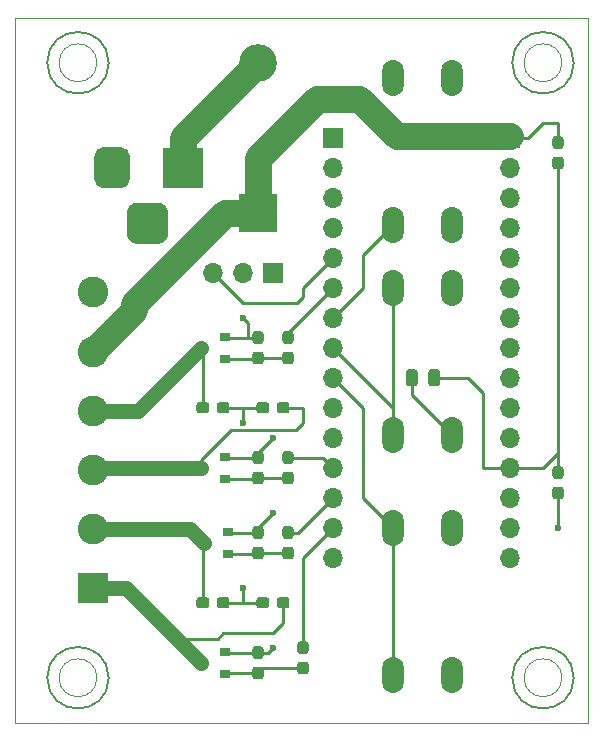
<source format=gbr>
G04 #@! TF.GenerationSoftware,KiCad,Pcbnew,5.1.9-73d0e3b20d~88~ubuntu20.04.1*
G04 #@! TF.CreationDate,2021-01-07T10:05:18+03:00*
G04 #@! TF.ProjectId,RGBschildSOT223,52474273-6368-4696-9c64-534f54323233,rev?*
G04 #@! TF.SameCoordinates,Original*
G04 #@! TF.FileFunction,Copper,L1,Top*
G04 #@! TF.FilePolarity,Positive*
%FSLAX46Y46*%
G04 Gerber Fmt 4.6, Leading zero omitted, Abs format (unit mm)*
G04 Created by KiCad (PCBNEW 5.1.9-73d0e3b20d~88~ubuntu20.04.1) date 2021-01-07 10:05:18*
%MOMM*%
%LPD*%
G01*
G04 APERTURE LIST*
G04 #@! TA.AperFunction,NonConductor*
%ADD10C,0.150000*%
G04 #@! TD*
G04 #@! TA.AperFunction,Profile*
%ADD11C,0.100000*%
G04 #@! TD*
G04 #@! TA.AperFunction,ComponentPad*
%ADD12O,3.200000X3.200000*%
G04 #@! TD*
G04 #@! TA.AperFunction,ComponentPad*
%ADD13R,3.200000X3.200000*%
G04 #@! TD*
G04 #@! TA.AperFunction,ComponentPad*
%ADD14O,1.850000X3.048000*%
G04 #@! TD*
G04 #@! TA.AperFunction,ComponentPad*
%ADD15O,1.700000X1.700000*%
G04 #@! TD*
G04 #@! TA.AperFunction,ComponentPad*
%ADD16R,1.700000X1.700000*%
G04 #@! TD*
G04 #@! TA.AperFunction,SMDPad,CuDef*
%ADD17R,0.900000X0.800000*%
G04 #@! TD*
G04 #@! TA.AperFunction,ComponentPad*
%ADD18C,2.600000*%
G04 #@! TD*
G04 #@! TA.AperFunction,ComponentPad*
%ADD19R,2.600000X2.600000*%
G04 #@! TD*
G04 #@! TA.AperFunction,ComponentPad*
%ADD20R,3.500000X3.500000*%
G04 #@! TD*
G04 #@! TA.AperFunction,ViaPad*
%ADD21C,0.600000*%
G04 #@! TD*
G04 #@! TA.AperFunction,Conductor*
%ADD22C,0.250000*%
G04 #@! TD*
G04 #@! TA.AperFunction,Conductor*
%ADD23C,2.250000*%
G04 #@! TD*
G04 #@! TA.AperFunction,Conductor*
%ADD24C,1.250000*%
G04 #@! TD*
G04 APERTURE END LIST*
D10*
X160080000Y-116840000D02*
G75*
G03*
X160080000Y-116840000I-2600000J0D01*
G01*
D11*
X159080000Y-116840000D02*
G75*
G03*
X159080000Y-116840000I-1600000J0D01*
G01*
D10*
X120710000Y-116840000D02*
G75*
G03*
X120710000Y-116840000I-2600000J0D01*
G01*
D11*
X119710000Y-116840000D02*
G75*
G03*
X119710000Y-116840000I-1600000J0D01*
G01*
D10*
X160080000Y-64770000D02*
G75*
G03*
X160080000Y-64770000I-2600000J0D01*
G01*
D11*
X159080000Y-64770000D02*
G75*
G03*
X159080000Y-64770000I-1600000J0D01*
G01*
D10*
X120710000Y-64770000D02*
G75*
G03*
X120710000Y-64770000I-2600000J0D01*
G01*
D11*
X119710000Y-64770000D02*
G75*
G03*
X119710000Y-64770000I-1600000J0D01*
G01*
X112776000Y-60960000D02*
X161290000Y-60960000D01*
X112776000Y-60960000D02*
X112776000Y-120650000D01*
X161290000Y-120650000D02*
X161290000Y-60960000D01*
X112776000Y-120650000D02*
X161290000Y-120650000D01*
G04 #@! TO.P,R14,2*
G04 #@! TO.N,GND*
G04 #@! TA.AperFunction,SMDPad,CuDef*
G36*
G01*
X158512500Y-100655000D02*
X158987500Y-100655000D01*
G75*
G02*
X159225000Y-100892500I0J-237500D01*
G01*
X159225000Y-101492500D01*
G75*
G02*
X158987500Y-101730000I-237500J0D01*
G01*
X158512500Y-101730000D01*
G75*
G02*
X158275000Y-101492500I0J237500D01*
G01*
X158275000Y-100892500D01*
G75*
G02*
X158512500Y-100655000I237500J0D01*
G01*
G37*
G04 #@! TD.AperFunction*
G04 #@! TO.P,R14,1*
G04 #@! TO.N,A0*
G04 #@! TA.AperFunction,SMDPad,CuDef*
G36*
G01*
X158512500Y-98930000D02*
X158987500Y-98930000D01*
G75*
G02*
X159225000Y-99167500I0J-237500D01*
G01*
X159225000Y-99767500D01*
G75*
G02*
X158987500Y-100005000I-237500J0D01*
G01*
X158512500Y-100005000D01*
G75*
G02*
X158275000Y-99767500I0J237500D01*
G01*
X158275000Y-99167500D01*
G75*
G02*
X158512500Y-98930000I237500J0D01*
G01*
G37*
G04 #@! TD.AperFunction*
G04 #@! TD*
G04 #@! TO.P,R13,2*
G04 #@! TO.N,A0*
G04 #@! TA.AperFunction,SMDPad,CuDef*
G36*
G01*
X158512500Y-72715000D02*
X158987500Y-72715000D01*
G75*
G02*
X159225000Y-72952500I0J-237500D01*
G01*
X159225000Y-73552500D01*
G75*
G02*
X158987500Y-73790000I-237500J0D01*
G01*
X158512500Y-73790000D01*
G75*
G02*
X158275000Y-73552500I0J237500D01*
G01*
X158275000Y-72952500D01*
G75*
G02*
X158512500Y-72715000I237500J0D01*
G01*
G37*
G04 #@! TD.AperFunction*
G04 #@! TO.P,R13,1*
G04 #@! TO.N,12V*
G04 #@! TA.AperFunction,SMDPad,CuDef*
G36*
G01*
X158512500Y-70990000D02*
X158987500Y-70990000D01*
G75*
G02*
X159225000Y-71227500I0J-237500D01*
G01*
X159225000Y-71827500D01*
G75*
G02*
X158987500Y-72065000I-237500J0D01*
G01*
X158512500Y-72065000D01*
G75*
G02*
X158275000Y-71827500I0J237500D01*
G01*
X158275000Y-71227500D01*
G75*
G02*
X158512500Y-70990000I237500J0D01*
G01*
G37*
G04 #@! TD.AperFunction*
G04 #@! TD*
G04 #@! TO.P,C1,2*
G04 #@! TO.N,GND*
G04 #@! TA.AperFunction,SMDPad,CuDef*
G36*
G01*
X146870000Y-90965000D02*
X146870000Y-91915000D01*
G75*
G02*
X146620000Y-92165000I-250000J0D01*
G01*
X146120000Y-92165000D01*
G75*
G02*
X145870000Y-91915000I0J250000D01*
G01*
X145870000Y-90965000D01*
G75*
G02*
X146120000Y-90715000I250000J0D01*
G01*
X146620000Y-90715000D01*
G75*
G02*
X146870000Y-90965000I0J-250000D01*
G01*
G37*
G04 #@! TD.AperFunction*
G04 #@! TO.P,C1,1*
G04 #@! TO.N,A0*
G04 #@! TA.AperFunction,SMDPad,CuDef*
G36*
G01*
X148770000Y-90965000D02*
X148770000Y-91915000D01*
G75*
G02*
X148520000Y-92165000I-250000J0D01*
G01*
X148020000Y-92165000D01*
G75*
G02*
X147770000Y-91915000I0J250000D01*
G01*
X147770000Y-90965000D01*
G75*
G02*
X148020000Y-90715000I250000J0D01*
G01*
X148520000Y-90715000D01*
G75*
G02*
X148770000Y-90965000I0J-250000D01*
G01*
G37*
G04 #@! TD.AperFunction*
G04 #@! TD*
D12*
G04 #@! TO.P,D1,2*
G04 #@! TO.N,Net-(D1-Pad2)*
X133350000Y-64770000D03*
D13*
G04 #@! TO.P,D1,1*
G04 #@! TO.N,12V*
X133350000Y-77470000D03*
G04 #@! TD*
D14*
G04 #@! TO.P,SW3->D6,2*
G04 #@! TO.N,GND*
X149780000Y-104140000D03*
G04 #@! TO.P,SW3->D6,1*
G04 #@! TO.N,D6*
X144780000Y-104140000D03*
G04 #@! TO.P,SW3->D6,2*
G04 #@! TO.N,GND*
X149780000Y-116640000D03*
G04 #@! TO.P,SW3->D6,1*
G04 #@! TO.N,D6*
X144780000Y-116640000D03*
G04 #@! TD*
D15*
G04 #@! TO.P,P2,15*
G04 #@! TO.N,/13(SCK)*
X154686000Y-106680000D03*
G04 #@! TO.P,P2,14*
G04 #@! TO.N,Net-(P2-Pad14)*
X154686000Y-104140000D03*
G04 #@! TO.P,P2,13*
G04 #@! TO.N,/AREF*
X154686000Y-101600000D03*
G04 #@! TO.P,P2,12*
G04 #@! TO.N,A0*
X154686000Y-99060000D03*
G04 #@! TO.P,P2,11*
G04 #@! TO.N,/A1*
X154686000Y-96520000D03*
G04 #@! TO.P,P2,10*
G04 #@! TO.N,/A2*
X154686000Y-93980000D03*
G04 #@! TO.P,P2,9*
G04 #@! TO.N,/A3*
X154686000Y-91440000D03*
G04 #@! TO.P,P2,8*
G04 #@! TO.N,/A4*
X154686000Y-88900000D03*
G04 #@! TO.P,P2,7*
G04 #@! TO.N,/A5*
X154686000Y-86360000D03*
G04 #@! TO.P,P2,6*
G04 #@! TO.N,/A6*
X154686000Y-83820000D03*
G04 #@! TO.P,P2,5*
G04 #@! TO.N,/A7*
X154686000Y-81280000D03*
G04 #@! TO.P,P2,4*
G04 #@! TO.N,5V*
X154686000Y-78740000D03*
G04 #@! TO.P,P2,3*
G04 #@! TO.N,Net-(P2-Pad3)*
X154686000Y-76200000D03*
G04 #@! TO.P,P2,2*
G04 #@! TO.N,GND*
X154686000Y-73660000D03*
D16*
G04 #@! TO.P,P2,1*
G04 #@! TO.N,12V*
X154686000Y-71120000D03*
G04 #@! TD*
D14*
G04 #@! TO.P,SW2->D5,2*
G04 #@! TO.N,GND*
X149780000Y-83820000D03*
G04 #@! TO.P,SW2->D5,1*
G04 #@! TO.N,D5*
X144780000Y-83820000D03*
G04 #@! TO.P,SW2->D5,2*
G04 #@! TO.N,GND*
X149780000Y-96320000D03*
G04 #@! TO.P,SW2->D5,1*
G04 #@! TO.N,D5*
X144780000Y-96320000D03*
G04 #@! TD*
G04 #@! TO.P,SW1->D4,2*
G04 #@! TO.N,GND*
X149780000Y-66040000D03*
G04 #@! TO.P,SW1->D4,1*
G04 #@! TO.N,D4*
X144780000Y-66040000D03*
G04 #@! TO.P,SW1->D4,2*
G04 #@! TO.N,GND*
X149780000Y-78540000D03*
G04 #@! TO.P,SW1->D4,1*
G04 #@! TO.N,D4*
X144780000Y-78540000D03*
G04 #@! TD*
G04 #@! TO.P,R12,2*
G04 #@! TO.N,12V*
G04 #@! TA.AperFunction,SMDPad,CuDef*
G36*
G01*
X134295000Y-110252500D02*
X134295000Y-110727500D01*
G75*
G02*
X134057500Y-110965000I-237500J0D01*
G01*
X133457500Y-110965000D01*
G75*
G02*
X133220000Y-110727500I0J237500D01*
G01*
X133220000Y-110252500D01*
G75*
G02*
X133457500Y-110015000I237500J0D01*
G01*
X134057500Y-110015000D01*
G75*
G02*
X134295000Y-110252500I0J-237500D01*
G01*
G37*
G04 #@! TD.AperFunction*
G04 #@! TO.P,R12,1*
G04 #@! TO.N,W*
G04 #@! TA.AperFunction,SMDPad,CuDef*
G36*
G01*
X136020000Y-110252500D02*
X136020000Y-110727500D01*
G75*
G02*
X135782500Y-110965000I-237500J0D01*
G01*
X135182500Y-110965000D01*
G75*
G02*
X134945000Y-110727500I0J237500D01*
G01*
X134945000Y-110252500D01*
G75*
G02*
X135182500Y-110015000I237500J0D01*
G01*
X135782500Y-110015000D01*
G75*
G02*
X136020000Y-110252500I0J-237500D01*
G01*
G37*
G04 #@! TD.AperFunction*
G04 #@! TD*
G04 #@! TO.P,R11,2*
G04 #@! TO.N,12V*
G04 #@! TA.AperFunction,SMDPad,CuDef*
G36*
G01*
X134295000Y-93742500D02*
X134295000Y-94217500D01*
G75*
G02*
X134057500Y-94455000I-237500J0D01*
G01*
X133457500Y-94455000D01*
G75*
G02*
X133220000Y-94217500I0J237500D01*
G01*
X133220000Y-93742500D01*
G75*
G02*
X133457500Y-93505000I237500J0D01*
G01*
X134057500Y-93505000D01*
G75*
G02*
X134295000Y-93742500I0J-237500D01*
G01*
G37*
G04 #@! TD.AperFunction*
G04 #@! TO.P,R11,1*
G04 #@! TO.N,G*
G04 #@! TA.AperFunction,SMDPad,CuDef*
G36*
G01*
X136020000Y-93742500D02*
X136020000Y-94217500D01*
G75*
G02*
X135782500Y-94455000I-237500J0D01*
G01*
X135182500Y-94455000D01*
G75*
G02*
X134945000Y-94217500I0J237500D01*
G01*
X134945000Y-93742500D01*
G75*
G02*
X135182500Y-93505000I237500J0D01*
G01*
X135782500Y-93505000D01*
G75*
G02*
X136020000Y-93742500I0J-237500D01*
G01*
G37*
G04 #@! TD.AperFunction*
G04 #@! TD*
G04 #@! TO.P,R10,2*
G04 #@! TO.N,Net-(Q4-Pad1)*
G04 #@! TA.AperFunction,SMDPad,CuDef*
G36*
G01*
X133112500Y-115895000D02*
X133587500Y-115895000D01*
G75*
G02*
X133825000Y-116132500I0J-237500D01*
G01*
X133825000Y-116732500D01*
G75*
G02*
X133587500Y-116970000I-237500J0D01*
G01*
X133112500Y-116970000D01*
G75*
G02*
X132875000Y-116732500I0J237500D01*
G01*
X132875000Y-116132500D01*
G75*
G02*
X133112500Y-115895000I237500J0D01*
G01*
G37*
G04 #@! TD.AperFunction*
G04 #@! TO.P,R10,1*
G04 #@! TO.N,GND*
G04 #@! TA.AperFunction,SMDPad,CuDef*
G36*
G01*
X133112500Y-114170000D02*
X133587500Y-114170000D01*
G75*
G02*
X133825000Y-114407500I0J-237500D01*
G01*
X133825000Y-115007500D01*
G75*
G02*
X133587500Y-115245000I-237500J0D01*
G01*
X133112500Y-115245000D01*
G75*
G02*
X132875000Y-115007500I0J237500D01*
G01*
X132875000Y-114407500D01*
G75*
G02*
X133112500Y-114170000I237500J0D01*
G01*
G37*
G04 #@! TD.AperFunction*
G04 #@! TD*
G04 #@! TO.P,R9,2*
G04 #@! TO.N,GND*
G04 #@! TA.AperFunction,SMDPad,CuDef*
G36*
G01*
X133587500Y-98735000D02*
X133112500Y-98735000D01*
G75*
G02*
X132875000Y-98497500I0J237500D01*
G01*
X132875000Y-97897500D01*
G75*
G02*
X133112500Y-97660000I237500J0D01*
G01*
X133587500Y-97660000D01*
G75*
G02*
X133825000Y-97897500I0J-237500D01*
G01*
X133825000Y-98497500D01*
G75*
G02*
X133587500Y-98735000I-237500J0D01*
G01*
G37*
G04 #@! TD.AperFunction*
G04 #@! TO.P,R9,1*
G04 #@! TO.N,Net-(Q3-Pad1)*
G04 #@! TA.AperFunction,SMDPad,CuDef*
G36*
G01*
X133587500Y-100460000D02*
X133112500Y-100460000D01*
G75*
G02*
X132875000Y-100222500I0J237500D01*
G01*
X132875000Y-99622500D01*
G75*
G02*
X133112500Y-99385000I237500J0D01*
G01*
X133587500Y-99385000D01*
G75*
G02*
X133825000Y-99622500I0J-237500D01*
G01*
X133825000Y-100222500D01*
G75*
G02*
X133587500Y-100460000I-237500J0D01*
G01*
G37*
G04 #@! TD.AperFunction*
G04 #@! TD*
G04 #@! TO.P,R8,2*
G04 #@! TO.N,Net-(Q4-Pad1)*
G04 #@! TA.AperFunction,SMDPad,CuDef*
G36*
G01*
X136922500Y-115487500D02*
X137397500Y-115487500D01*
G75*
G02*
X137635000Y-115725000I0J-237500D01*
G01*
X137635000Y-116325000D01*
G75*
G02*
X137397500Y-116562500I-237500J0D01*
G01*
X136922500Y-116562500D01*
G75*
G02*
X136685000Y-116325000I0J237500D01*
G01*
X136685000Y-115725000D01*
G75*
G02*
X136922500Y-115487500I237500J0D01*
G01*
G37*
G04 #@! TD.AperFunction*
G04 #@! TO.P,R8,1*
G04 #@! TO.N,D11*
G04 #@! TA.AperFunction,SMDPad,CuDef*
G36*
G01*
X136922500Y-113762500D02*
X137397500Y-113762500D01*
G75*
G02*
X137635000Y-114000000I0J-237500D01*
G01*
X137635000Y-114600000D01*
G75*
G02*
X137397500Y-114837500I-237500J0D01*
G01*
X136922500Y-114837500D01*
G75*
G02*
X136685000Y-114600000I0J237500D01*
G01*
X136685000Y-114000000D01*
G75*
G02*
X136922500Y-113762500I237500J0D01*
G01*
G37*
G04 #@! TD.AperFunction*
G04 #@! TD*
G04 #@! TO.P,R7,2*
G04 #@! TO.N,D9*
G04 #@! TA.AperFunction,SMDPad,CuDef*
G36*
G01*
X136127500Y-98735000D02*
X135652500Y-98735000D01*
G75*
G02*
X135415000Y-98497500I0J237500D01*
G01*
X135415000Y-97897500D01*
G75*
G02*
X135652500Y-97660000I237500J0D01*
G01*
X136127500Y-97660000D01*
G75*
G02*
X136365000Y-97897500I0J-237500D01*
G01*
X136365000Y-98497500D01*
G75*
G02*
X136127500Y-98735000I-237500J0D01*
G01*
G37*
G04 #@! TD.AperFunction*
G04 #@! TO.P,R7,1*
G04 #@! TO.N,Net-(Q3-Pad1)*
G04 #@! TA.AperFunction,SMDPad,CuDef*
G36*
G01*
X136127500Y-100460000D02*
X135652500Y-100460000D01*
G75*
G02*
X135415000Y-100222500I0J237500D01*
G01*
X135415000Y-99622500D01*
G75*
G02*
X135652500Y-99385000I237500J0D01*
G01*
X136127500Y-99385000D01*
G75*
G02*
X136365000Y-99622500I0J-237500D01*
G01*
X136365000Y-100222500D01*
G75*
G02*
X136127500Y-100460000I-237500J0D01*
G01*
G37*
G04 #@! TD.AperFunction*
G04 #@! TD*
G04 #@! TO.P,R6,2*
G04 #@! TO.N,12V*
G04 #@! TA.AperFunction,SMDPad,CuDef*
G36*
G01*
X129865000Y-110727500D02*
X129865000Y-110252500D01*
G75*
G02*
X130102500Y-110015000I237500J0D01*
G01*
X130702500Y-110015000D01*
G75*
G02*
X130940000Y-110252500I0J-237500D01*
G01*
X130940000Y-110727500D01*
G75*
G02*
X130702500Y-110965000I-237500J0D01*
G01*
X130102500Y-110965000D01*
G75*
G02*
X129865000Y-110727500I0J237500D01*
G01*
G37*
G04 #@! TD.AperFunction*
G04 #@! TO.P,R6,1*
G04 #@! TO.N,B*
G04 #@! TA.AperFunction,SMDPad,CuDef*
G36*
G01*
X128140000Y-110727500D02*
X128140000Y-110252500D01*
G75*
G02*
X128377500Y-110015000I237500J0D01*
G01*
X128977500Y-110015000D01*
G75*
G02*
X129215000Y-110252500I0J-237500D01*
G01*
X129215000Y-110727500D01*
G75*
G02*
X128977500Y-110965000I-237500J0D01*
G01*
X128377500Y-110965000D01*
G75*
G02*
X128140000Y-110727500I0J237500D01*
G01*
G37*
G04 #@! TD.AperFunction*
G04 #@! TD*
G04 #@! TO.P,R5,2*
G04 #@! TO.N,12V*
G04 #@! TA.AperFunction,SMDPad,CuDef*
G36*
G01*
X129865000Y-94217500D02*
X129865000Y-93742500D01*
G75*
G02*
X130102500Y-93505000I237500J0D01*
G01*
X130702500Y-93505000D01*
G75*
G02*
X130940000Y-93742500I0J-237500D01*
G01*
X130940000Y-94217500D01*
G75*
G02*
X130702500Y-94455000I-237500J0D01*
G01*
X130102500Y-94455000D01*
G75*
G02*
X129865000Y-94217500I0J237500D01*
G01*
G37*
G04 #@! TD.AperFunction*
G04 #@! TO.P,R5,1*
G04 #@! TO.N,R*
G04 #@! TA.AperFunction,SMDPad,CuDef*
G36*
G01*
X128140000Y-94217500D02*
X128140000Y-93742500D01*
G75*
G02*
X128377500Y-93505000I237500J0D01*
G01*
X128977500Y-93505000D01*
G75*
G02*
X129215000Y-93742500I0J-237500D01*
G01*
X129215000Y-94217500D01*
G75*
G02*
X128977500Y-94455000I-237500J0D01*
G01*
X128377500Y-94455000D01*
G75*
G02*
X128140000Y-94217500I0J237500D01*
G01*
G37*
G04 #@! TD.AperFunction*
G04 #@! TD*
G04 #@! TO.P,R4,2*
G04 #@! TO.N,Net-(Q2-Pad1)*
G04 #@! TA.AperFunction,SMDPad,CuDef*
G36*
G01*
X133112500Y-105735000D02*
X133587500Y-105735000D01*
G75*
G02*
X133825000Y-105972500I0J-237500D01*
G01*
X133825000Y-106572500D01*
G75*
G02*
X133587500Y-106810000I-237500J0D01*
G01*
X133112500Y-106810000D01*
G75*
G02*
X132875000Y-106572500I0J237500D01*
G01*
X132875000Y-105972500D01*
G75*
G02*
X133112500Y-105735000I237500J0D01*
G01*
G37*
G04 #@! TD.AperFunction*
G04 #@! TO.P,R4,1*
G04 #@! TO.N,GND*
G04 #@! TA.AperFunction,SMDPad,CuDef*
G36*
G01*
X133112500Y-104010000D02*
X133587500Y-104010000D01*
G75*
G02*
X133825000Y-104247500I0J-237500D01*
G01*
X133825000Y-104847500D01*
G75*
G02*
X133587500Y-105085000I-237500J0D01*
G01*
X133112500Y-105085000D01*
G75*
G02*
X132875000Y-104847500I0J237500D01*
G01*
X132875000Y-104247500D01*
G75*
G02*
X133112500Y-104010000I237500J0D01*
G01*
G37*
G04 #@! TD.AperFunction*
G04 #@! TD*
G04 #@! TO.P,R3,2*
G04 #@! TO.N,GND*
G04 #@! TA.AperFunction,SMDPad,CuDef*
G36*
G01*
X133587500Y-88575000D02*
X133112500Y-88575000D01*
G75*
G02*
X132875000Y-88337500I0J237500D01*
G01*
X132875000Y-87737500D01*
G75*
G02*
X133112500Y-87500000I237500J0D01*
G01*
X133587500Y-87500000D01*
G75*
G02*
X133825000Y-87737500I0J-237500D01*
G01*
X133825000Y-88337500D01*
G75*
G02*
X133587500Y-88575000I-237500J0D01*
G01*
G37*
G04 #@! TD.AperFunction*
G04 #@! TO.P,R3,1*
G04 #@! TO.N,Net-(Q1-Pad1)*
G04 #@! TA.AperFunction,SMDPad,CuDef*
G36*
G01*
X133587500Y-90300000D02*
X133112500Y-90300000D01*
G75*
G02*
X132875000Y-90062500I0J237500D01*
G01*
X132875000Y-89462500D01*
G75*
G02*
X133112500Y-89225000I237500J0D01*
G01*
X133587500Y-89225000D01*
G75*
G02*
X133825000Y-89462500I0J-237500D01*
G01*
X133825000Y-90062500D01*
G75*
G02*
X133587500Y-90300000I-237500J0D01*
G01*
G37*
G04 #@! TD.AperFunction*
G04 #@! TD*
G04 #@! TO.P,R2,2*
G04 #@! TO.N,Net-(Q2-Pad1)*
G04 #@! TA.AperFunction,SMDPad,CuDef*
G36*
G01*
X135652500Y-105735000D02*
X136127500Y-105735000D01*
G75*
G02*
X136365000Y-105972500I0J-237500D01*
G01*
X136365000Y-106572500D01*
G75*
G02*
X136127500Y-106810000I-237500J0D01*
G01*
X135652500Y-106810000D01*
G75*
G02*
X135415000Y-106572500I0J237500D01*
G01*
X135415000Y-105972500D01*
G75*
G02*
X135652500Y-105735000I237500J0D01*
G01*
G37*
G04 #@! TD.AperFunction*
G04 #@! TO.P,R2,1*
G04 #@! TO.N,D10*
G04 #@! TA.AperFunction,SMDPad,CuDef*
G36*
G01*
X135652500Y-104010000D02*
X136127500Y-104010000D01*
G75*
G02*
X136365000Y-104247500I0J-237500D01*
G01*
X136365000Y-104847500D01*
G75*
G02*
X136127500Y-105085000I-237500J0D01*
G01*
X135652500Y-105085000D01*
G75*
G02*
X135415000Y-104847500I0J237500D01*
G01*
X135415000Y-104247500D01*
G75*
G02*
X135652500Y-104010000I237500J0D01*
G01*
G37*
G04 #@! TD.AperFunction*
G04 #@! TD*
G04 #@! TO.P,R1,2*
G04 #@! TO.N,Net-(Q1-Pad1)*
G04 #@! TA.AperFunction,SMDPad,CuDef*
G36*
G01*
X135652500Y-89225000D02*
X136127500Y-89225000D01*
G75*
G02*
X136365000Y-89462500I0J-237500D01*
G01*
X136365000Y-90062500D01*
G75*
G02*
X136127500Y-90300000I-237500J0D01*
G01*
X135652500Y-90300000D01*
G75*
G02*
X135415000Y-90062500I0J237500D01*
G01*
X135415000Y-89462500D01*
G75*
G02*
X135652500Y-89225000I237500J0D01*
G01*
G37*
G04 #@! TD.AperFunction*
G04 #@! TO.P,R1,1*
G04 #@! TO.N,D3*
G04 #@! TA.AperFunction,SMDPad,CuDef*
G36*
G01*
X135652500Y-87500000D02*
X136127500Y-87500000D01*
G75*
G02*
X136365000Y-87737500I0J-237500D01*
G01*
X136365000Y-88337500D01*
G75*
G02*
X136127500Y-88575000I-237500J0D01*
G01*
X135652500Y-88575000D01*
G75*
G02*
X135415000Y-88337500I0J237500D01*
G01*
X135415000Y-87737500D01*
G75*
G02*
X135652500Y-87500000I237500J0D01*
G01*
G37*
G04 #@! TD.AperFunction*
G04 #@! TD*
D17*
G04 #@! TO.P,Q4,3*
G04 #@! TO.N,W*
X128540000Y-115570000D03*
G04 #@! TO.P,Q4,2*
G04 #@! TO.N,GND*
X130540000Y-114620000D03*
G04 #@! TO.P,Q4,1*
G04 #@! TO.N,Net-(Q4-Pad1)*
X130540000Y-116520000D03*
G04 #@! TD*
G04 #@! TO.P,Q3,3*
G04 #@! TO.N,G*
X128540000Y-99060000D03*
G04 #@! TO.P,Q3,2*
G04 #@! TO.N,GND*
X130540000Y-98110000D03*
G04 #@! TO.P,Q3,1*
G04 #@! TO.N,Net-(Q3-Pad1)*
X130540000Y-100010000D03*
G04 #@! TD*
G04 #@! TO.P,Q2,3*
G04 #@! TO.N,B*
X128810000Y-105410000D03*
G04 #@! TO.P,Q2,2*
G04 #@! TO.N,GND*
X130810000Y-104460000D03*
G04 #@! TO.P,Q2,1*
G04 #@! TO.N,Net-(Q2-Pad1)*
X130810000Y-106360000D03*
G04 #@! TD*
G04 #@! TO.P,Q1,3*
G04 #@! TO.N,R*
X128540000Y-88900000D03*
G04 #@! TO.P,Q1,2*
G04 #@! TO.N,GND*
X130540000Y-87950000D03*
G04 #@! TO.P,Q1,1*
G04 #@! TO.N,Net-(Q1-Pad1)*
X130540000Y-89850000D03*
G04 #@! TD*
D15*
G04 #@! TO.P,P1,15*
G04 #@! TO.N,/12(MISO)*
X139700000Y-106680000D03*
G04 #@! TO.P,P1,14*
G04 #@! TO.N,D11*
X139700000Y-104140000D03*
G04 #@! TO.P,P1,13*
G04 #@! TO.N,D10*
X139700000Y-101600000D03*
G04 #@! TO.P,P1,12*
G04 #@! TO.N,D9*
X139700000Y-99060000D03*
G04 #@! TO.P,P1,11*
G04 #@! TO.N,/8*
X139700000Y-96520000D03*
G04 #@! TO.P,P1,10*
G04 #@! TO.N,/7*
X139700000Y-93980000D03*
G04 #@! TO.P,P1,9*
G04 #@! TO.N,D6*
X139700000Y-91440000D03*
G04 #@! TO.P,P1,8*
G04 #@! TO.N,D5*
X139700000Y-88900000D03*
G04 #@! TO.P,P1,7*
G04 #@! TO.N,D4*
X139700000Y-86360000D03*
G04 #@! TO.P,P1,6*
G04 #@! TO.N,D3*
X139700000Y-83820000D03*
G04 #@! TO.P,P1,5*
G04 #@! TO.N,D2*
X139700000Y-81280000D03*
G04 #@! TO.P,P1,4*
G04 #@! TO.N,GND*
X139700000Y-78740000D03*
G04 #@! TO.P,P1,3*
G04 #@! TO.N,/Reset*
X139700000Y-76200000D03*
G04 #@! TO.P,P1,2*
G04 #@! TO.N,/0(Rx)*
X139700000Y-73660000D03*
D16*
G04 #@! TO.P,P1,1*
G04 #@! TO.N,/1(Tx)*
X139700000Y-71120000D03*
G04 #@! TD*
D18*
G04 #@! TO.P,J3,6*
G04 #@! TO.N,GND*
X119380000Y-84220000D03*
G04 #@! TO.P,J3,5*
G04 #@! TO.N,12V*
X119380000Y-89220000D03*
G04 #@! TO.P,J3,4*
G04 #@! TO.N,R*
X119380000Y-94220000D03*
G04 #@! TO.P,J3,3*
G04 #@! TO.N,G*
X119380000Y-99220000D03*
G04 #@! TO.P,J3,2*
G04 #@! TO.N,B*
X119380000Y-104220000D03*
D19*
G04 #@! TO.P,J3,1*
G04 #@! TO.N,W*
X119380000Y-109220000D03*
G04 #@! TD*
G04 #@! TO.P,J2,3*
G04 #@! TO.N,N/C*
G04 #@! TA.AperFunction,ComponentPad*
G36*
G01*
X122250000Y-79235000D02*
X122250000Y-77485000D01*
G75*
G02*
X123125000Y-76610000I875000J0D01*
G01*
X124875000Y-76610000D01*
G75*
G02*
X125750000Y-77485000I0J-875000D01*
G01*
X125750000Y-79235000D01*
G75*
G02*
X124875000Y-80110000I-875000J0D01*
G01*
X123125000Y-80110000D01*
G75*
G02*
X122250000Y-79235000I0J875000D01*
G01*
G37*
G04 #@! TD.AperFunction*
G04 #@! TO.P,J2,2*
G04 #@! TO.N,GND*
G04 #@! TA.AperFunction,ComponentPad*
G36*
G01*
X119500000Y-74660000D02*
X119500000Y-72660000D01*
G75*
G02*
X120250000Y-71910000I750000J0D01*
G01*
X121750000Y-71910000D01*
G75*
G02*
X122500000Y-72660000I0J-750000D01*
G01*
X122500000Y-74660000D01*
G75*
G02*
X121750000Y-75410000I-750000J0D01*
G01*
X120250000Y-75410000D01*
G75*
G02*
X119500000Y-74660000I0J750000D01*
G01*
G37*
G04 #@! TD.AperFunction*
D20*
G04 #@! TO.P,J2,1*
G04 #@! TO.N,Net-(D1-Pad2)*
X127000000Y-73660000D03*
G04 #@! TD*
D15*
G04 #@! TO.P,J1,3*
G04 #@! TO.N,D2*
X129540000Y-82550000D03*
G04 #@! TO.P,J1,2*
G04 #@! TO.N,GND*
X132080000Y-82550000D03*
D16*
G04 #@! TO.P,J1,1*
G04 #@! TO.N,5V*
X134620000Y-82550000D03*
G04 #@! TD*
D21*
G04 #@! TO.N,GND*
X158750000Y-104140000D03*
X132080000Y-86360000D03*
X134620000Y-96520000D03*
X134620000Y-102870000D03*
X134620000Y-114300000D03*
G04 #@! TO.N,12V*
X132080000Y-95250000D03*
X132080000Y-109220000D03*
G04 #@! TD*
D22*
G04 #@! TO.N,GND*
X130627500Y-88037500D02*
X130540000Y-87950000D01*
X130897500Y-104547500D02*
X130810000Y-104460000D01*
X133350000Y-104547500D02*
X130897500Y-104547500D01*
X130627500Y-114707500D02*
X130540000Y-114620000D01*
X133350000Y-114707500D02*
X130627500Y-114707500D01*
X130627500Y-98197500D02*
X130540000Y-98110000D01*
X133350000Y-98197500D02*
X130627500Y-98197500D01*
X132487500Y-86767500D02*
X132080000Y-86360000D01*
X132487500Y-88037500D02*
X132487500Y-86767500D01*
X133350000Y-88037500D02*
X132487500Y-88037500D01*
X132487500Y-88037500D02*
X130627500Y-88037500D01*
X133350000Y-104140000D02*
X134620000Y-102870000D01*
X133350000Y-104547500D02*
X133350000Y-104140000D01*
X134212500Y-114707500D02*
X134620000Y-114300000D01*
X133350000Y-114707500D02*
X134212500Y-114707500D01*
X133350000Y-97790000D02*
X134620000Y-96520000D01*
X133350000Y-98197500D02*
X133350000Y-97790000D01*
X146370000Y-92910000D02*
X149780000Y-96320000D01*
X146370000Y-91440000D02*
X146370000Y-92910000D01*
X158750000Y-104140000D02*
X158750000Y-101192500D01*
D23*
G04 #@! TO.N,Net-(D1-Pad2)*
X127000000Y-71120000D02*
X133350000Y-64770000D01*
X127000000Y-73660000D02*
X127000000Y-71120000D01*
G04 #@! TO.N,12V*
X145122477Y-71011999D02*
X154686000Y-71011999D01*
X141929990Y-67819512D02*
X145122477Y-71011999D01*
X138370966Y-67819512D02*
X141929990Y-67819512D01*
X133350000Y-72840478D02*
X138370966Y-67819512D01*
X133350000Y-77470000D02*
X133350000Y-72840478D01*
X130599814Y-77470000D02*
X133350000Y-77470000D01*
X122870000Y-85199814D02*
X130599814Y-77470000D01*
X122870000Y-85730000D02*
X122870000Y-85199814D01*
X119380000Y-89220000D02*
X122870000Y-85730000D01*
D22*
X132080000Y-110490000D02*
X132080000Y-109220000D01*
X133757500Y-110490000D02*
X132080000Y-110490000D01*
X132080000Y-110490000D02*
X130402500Y-110490000D01*
X132080000Y-95250000D02*
X132080000Y-93980000D01*
X132080000Y-93980000D02*
X133757500Y-93980000D01*
X130402500Y-93980000D02*
X132080000Y-93980000D01*
X154686000Y-71120000D02*
X156210000Y-71120000D01*
X156210000Y-71120000D02*
X157480000Y-69850000D01*
X157480000Y-69850000D02*
X158750000Y-69850000D01*
X158750000Y-69850000D02*
X158750000Y-71527500D01*
G04 #@! TO.N,D2*
X129540000Y-82550000D02*
X132080000Y-85090000D01*
X136690998Y-85090000D02*
X137160000Y-84620998D01*
X132080000Y-85090000D02*
X136690998Y-85090000D01*
X137160000Y-83820000D02*
X139700000Y-81280000D01*
X137160000Y-84620998D02*
X137160000Y-83820000D01*
D24*
G04 #@! TO.N,R*
X123220000Y-94220000D02*
X128540000Y-88900000D01*
X119380000Y-94220000D02*
X123220000Y-94220000D01*
D22*
X128677500Y-89037500D02*
X128540000Y-88900000D01*
X128677500Y-93980000D02*
X128677500Y-89037500D01*
D24*
G04 #@! TO.N,G*
X119540000Y-99060000D02*
X119380000Y-99220000D01*
X128540000Y-99060000D02*
X119540000Y-99060000D01*
D22*
X128540000Y-98410000D02*
X128540000Y-99060000D01*
X136534999Y-95875001D02*
X131074999Y-95875001D01*
X131074999Y-95875001D02*
X128540000Y-98410000D01*
X137160000Y-95250000D02*
X136534999Y-95875001D01*
X137160000Y-93980000D02*
X137160000Y-95250000D01*
X135482500Y-93980000D02*
X137160000Y-93980000D01*
D24*
G04 #@! TO.N,B*
X127620000Y-104220000D02*
X128810000Y-105410000D01*
X119380000Y-104220000D02*
X127620000Y-104220000D01*
D22*
X128677500Y-105542500D02*
X128810000Y-105410000D01*
X128677500Y-110490000D02*
X128677500Y-105542500D01*
D24*
G04 #@! TO.N,W*
X119380000Y-109220000D02*
X122190000Y-109220000D01*
D22*
X135482500Y-110490000D02*
X135482500Y-112167500D01*
X135482500Y-112167500D02*
X134620000Y-113030000D01*
X129930000Y-113530000D02*
X126500000Y-113530000D01*
X130430000Y-113030000D02*
X129930000Y-113530000D01*
X134620000Y-113030000D02*
X130430000Y-113030000D01*
D24*
X126500000Y-113530000D02*
X128540000Y-115570000D01*
X122190000Y-109220000D02*
X126500000Y-113530000D01*
D22*
G04 #@! TO.N,D11*
X137160000Y-106680000D02*
X139700000Y-104140000D01*
X137160000Y-114300000D02*
X137160000Y-106680000D01*
G04 #@! TO.N,D10*
X136752500Y-104547500D02*
X139700000Y-101600000D01*
X135890000Y-104547500D02*
X136752500Y-104547500D01*
G04 #@! TO.N,D9*
X138837500Y-98197500D02*
X139700000Y-99060000D01*
X135890000Y-98197500D02*
X138837500Y-98197500D01*
G04 #@! TO.N,D5*
X144780000Y-96320000D02*
X144780000Y-83820000D01*
X144780000Y-93980000D02*
X139700000Y-88900000D01*
X144780000Y-96320000D02*
X144780000Y-93980000D01*
G04 #@! TO.N,D4*
X139700000Y-86360000D02*
X142240000Y-83820000D01*
X142240000Y-81080000D02*
X144780000Y-78540000D01*
X142240000Y-83820000D02*
X142240000Y-81080000D01*
G04 #@! TO.N,D3*
X135890000Y-87630000D02*
X139700000Y-83820000D01*
X135890000Y-88037500D02*
X135890000Y-87630000D01*
G04 #@! TO.N,Net-(Q1-Pad1)*
X133262500Y-89850000D02*
X133350000Y-89762500D01*
X130540000Y-89850000D02*
X133262500Y-89850000D01*
X133350000Y-89762500D02*
X135890000Y-89762500D01*
G04 #@! TO.N,Net-(Q2-Pad1)*
X135890000Y-106272500D02*
X133350000Y-106272500D01*
X133262500Y-106360000D02*
X133350000Y-106272500D01*
X130810000Y-106360000D02*
X133262500Y-106360000D01*
G04 #@! TO.N,Net-(Q3-Pad1)*
X133262500Y-100010000D02*
X133350000Y-99922500D01*
X130540000Y-100010000D02*
X133262500Y-100010000D01*
X133350000Y-99922500D02*
X135890000Y-99922500D01*
G04 #@! TO.N,Net-(Q4-Pad1)*
X133757500Y-116025000D02*
X133350000Y-116432500D01*
X137160000Y-116025000D02*
X133757500Y-116025000D01*
X130627500Y-116432500D02*
X130540000Y-116520000D01*
X133350000Y-116432500D02*
X130627500Y-116432500D01*
G04 #@! TO.N,D6*
X144780000Y-116640000D02*
X144780000Y-104140000D01*
X144780000Y-104140000D02*
X142240000Y-101600000D01*
X142240000Y-93980000D02*
X139700000Y-91440000D01*
X142240000Y-101600000D02*
X142240000Y-93980000D01*
G04 #@! TO.N,A0*
X154686000Y-99060000D02*
X157480000Y-99060000D01*
X157480000Y-99060000D02*
X158750000Y-97790000D01*
X158750000Y-97790000D02*
X158750000Y-99467500D01*
X158750000Y-73252500D02*
X158750000Y-97790000D01*
X148270000Y-91440000D02*
X151130000Y-91440000D01*
X151130000Y-91440000D02*
X152400000Y-92710000D01*
X152400000Y-92710000D02*
X152400000Y-99060000D01*
X152400000Y-99060000D02*
X154686000Y-99060000D01*
G04 #@! TD*
M02*

</source>
